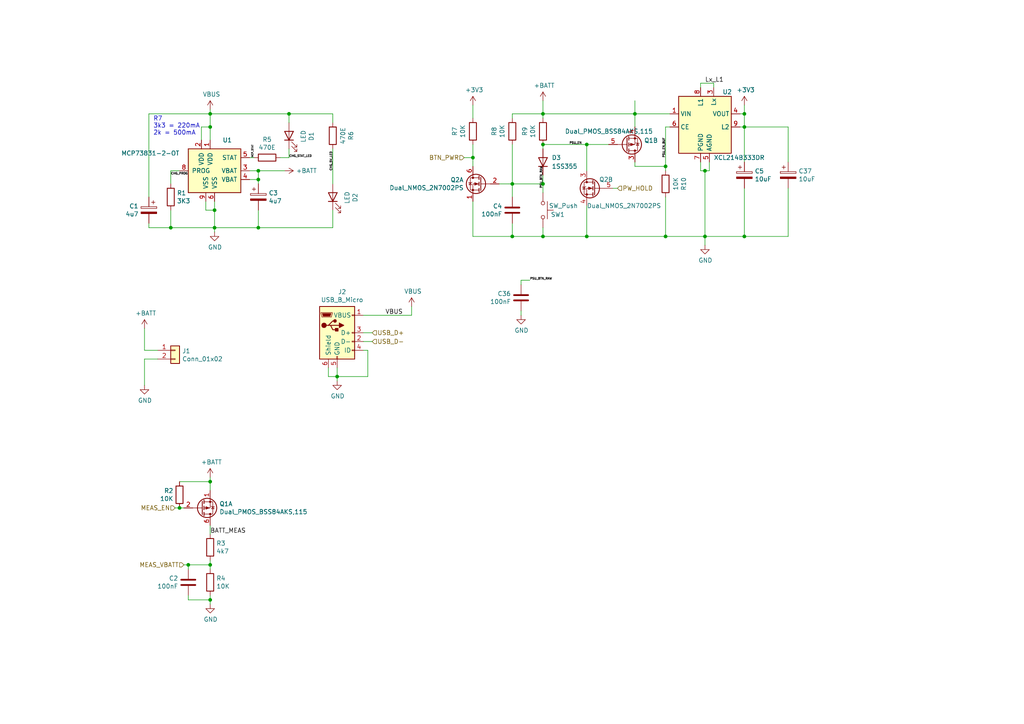
<source format=kicad_sch>
(kicad_sch (version 20211123) (generator eeschema)
  (paper "A4")
  (lib_symbols
    (symbol "Battery_Management:MCP73831-2-OT_copy" (pin_names (offset 1.016))
      (property "Reference" "U" (at 5.08 6.35 0))
      (property "Value" "Battery_Management_MCP73831-2-OT_copy" (at 2.54 -8.89 0))
      (symbol "MCP73831-2-OT_copy_0_0"
        (pin power_in line (at -3.81 7.62 270) (length 2.54) (name "VDD") (number "2"))
        (pin power_out line (at 10.16 -3.81 180) (length 2.54) (name "VBAT") (number "4"))
        (pin no_connect line (at -10.16 -6.35 0) (length 2.54) hide (name "NC") (number "7"))
        (pin power_in line (at -2.54 -10.16 90) (length 2.54) (name "VSS") (number "9"))
      )
      (symbol "MCP73831-2-OT_copy_0_1"
        (rectangle (start -7.62 5.08) (end 7.62 -7.62) (stroke (width 0.254)) (fill (type background)))
      )
      (symbol "MCP73831-2-OT_copy_1_1"
        (pin power_in line (at -1.27 7.62 270) (length 2.54) (name "VDD") (number "1"))
        (pin power_out line (at 10.16 -1.27 180) (length 2.54) (name "VBAT") (number "3"))
        (pin output line (at 10.16 2.54 180) (length 2.54) (name "STAT") (number "5"))
        (pin power_in line (at 0 -10.16 90) (length 2.54) (name "VSS") (number "6"))
        (pin input line (at -10.16 -1.27 0) (length 2.54) (name "PROG") (number "8"))
      )
    )
    (symbol "Connector:USB_B_Micro" (pin_names (offset 1.016))
      (property "Reference" "J" (at -5.08 11.43 0))
      (property "Value" "USB_B_Micro" (at -5.08 8.89 0))
      (symbol "USB_B_Micro_0_1"
        (rectangle (start -5.08 -7.62) (end 5.08 7.62) (stroke (width 0.254)) (fill (type background)))
        (circle (center -3.81 2.159) (radius 0.635) (stroke (width 0.254)) (fill (type outline)))
        (circle (center -0.635 3.429) (radius 0.381) (stroke (width 0.254)) (fill (type outline)))
        (rectangle (start -0.127 -7.62) (end 0.127 -6.858))
        (polyline (pts (xy -1.905 2.159) (xy 0.635 2.159)) (stroke (width 0.254)))
        (polyline (pts (xy -3.175 2.159) (xy -2.54 2.159) (xy -1.27 3.429) (xy -0.635 3.429)) (stroke (width 0.254)))
        (polyline (pts (xy -2.54 2.159) (xy -1.905 2.159) (xy -1.27 0.889) (xy 0 0.889)) (stroke (width 0.254)))
        (polyline (pts (xy 0.635 2.794) (xy 0.635 1.524) (xy 1.905 2.159) (xy 0.635 2.794)) (stroke (width 0.254)) (fill (type outline)))
        (polyline (pts (xy -4.318 5.588) (xy -1.778 5.588) (xy -2.032 4.826) (xy -4.064 4.826) (xy -4.318 5.588)) (fill (type outline)))
        (polyline (pts (xy -4.699 5.842) (xy -4.699 5.588) (xy -4.445 4.826) (xy -4.445 4.572) (xy -1.651 4.572) (xy -1.651 4.826) (xy -1.397 5.588) (xy -1.397 5.842) (xy -4.699 5.842)))
        (rectangle (start 0.254 1.27) (end -0.508 0.508) (stroke (width 0.254)) (fill (type outline)))
        (rectangle (start 5.08 -5.207) (end 4.318 -4.953))
        (rectangle (start 5.08 -2.667) (end 4.318 -2.413))
        (rectangle (start 5.08 -0.127) (end 4.318 0.127))
        (rectangle (start 5.08 4.953) (end 4.318 5.207))
      )
      (symbol "USB_B_Micro_1_1"
        (pin power_out line (at 7.62 5.08 180) (length 2.54) (name "VBUS") (number "1"))
        (pin bidirectional line (at 7.62 -2.54 180) (length 2.54) (name "D-") (number "2"))
        (pin bidirectional line (at 7.62 0 180) (length 2.54) (name "D+") (number "3"))
        (pin passive line (at 7.62 -5.08 180) (length 2.54) (name "ID") (number "4"))
        (pin power_out line (at 0 -10.16 90) (length 2.54) (name "GND") (number "5"))
        (pin passive line (at -2.54 -10.16 90) (length 2.54) (name "Shield") (number "6"))
      )
    )
    (symbol "Connector_Generic:Conn_01x02" (pin_names (offset 1.016) hide)
      (property "Reference" "J" (at 0 2.54 0))
      (property "Value" "Conn_01x02" (at 0 -5.08 0))
      (symbol "Conn_01x02_1_1"
        (rectangle (start -1.27 -2.413) (end 0 -2.667) (stroke (width 0.1524)))
        (rectangle (start -1.27 0.127) (end 0 -0.127) (stroke (width 0.1524)))
        (rectangle (start -1.27 1.27) (end 1.27 -3.81) (stroke (width 0.254)) (fill (type background)))
        (pin passive line (at -5.08 0 0) (length 3.81) (name "Pin_1") (number "1"))
        (pin passive line (at -5.08 -2.54 0) (length 3.81) (name "Pin_2") (number "2"))
      )
    )
    (symbol "Device:C" (pin_numbers hide) (pin_names (offset 0.254))
      (property "Reference" "C" (at 0.635 2.54 0))
      (property "Value" "C" (at 0.635 -2.54 0))
      (symbol "C_0_1"
        (polyline (pts (xy -2.032 -0.762) (xy 2.032 -0.762)) (stroke (width 0.508)))
        (polyline (pts (xy -2.032 0.762) (xy 2.032 0.762)) (stroke (width 0.508)))
      )
      (symbol "C_1_1"
        (pin passive line (at 0 3.81 270) (length 2.794) (name "~") (number "1"))
        (pin passive line (at 0 -3.81 90) (length 2.794) (name "~") (number "2"))
      )
    )
    (symbol "Device:C_Polarized" (pin_numbers hide) (pin_names (offset 0.254))
      (property "Reference" "C" (at 0.635 2.54 0))
      (property "Value" "C_Polarized" (at 0.635 -2.54 0))
      (symbol "C_Polarized_0_1"
        (rectangle (start -2.286 0.508) (end 2.286 1.016))
        (polyline (pts (xy -1.778 2.286) (xy -0.762 2.286)))
        (polyline (pts (xy -1.27 2.794) (xy -1.27 1.778)))
        (rectangle (start 2.286 -0.508) (end -2.286 -1.016) (fill (type outline)))
      )
      (symbol "C_Polarized_1_1"
        (pin passive line (at 0 3.81 270) (length 2.794) (name "~") (number "1"))
        (pin passive line (at 0 -3.81 90) (length 2.794) (name "~") (number "2"))
      )
    )
    (symbol "Device:LED" (pin_numbers hide) (pin_names (offset 1.016) hide)
      (property "Reference" "D" (at 0 2.54 0))
      (property "Value" "LED" (at 0 -2.54 0))
      (symbol "LED_0_1"
        (polyline (pts (xy -1.27 -1.27) (xy -1.27 1.27)) (stroke (width 0.254)))
        (polyline (pts (xy -1.27 0) (xy 1.27 0)))
        (polyline (pts (xy 1.27 -1.27) (xy 1.27 1.27) (xy -1.27 0) (xy 1.27 -1.27)) (stroke (width 0.254)))
        (polyline (pts (xy -3.048 -0.762) (xy -4.572 -2.286) (xy -3.81 -2.286) (xy -4.572 -2.286) (xy -4.572 -1.524)))
        (polyline (pts (xy -1.778 -0.762) (xy -3.302 -2.286) (xy -2.54 -2.286) (xy -3.302 -2.286) (xy -3.302 -1.524)))
      )
      (symbol "LED_1_1"
        (pin passive line (at -3.81 0 0) (length 2.54) (name "K") (number "1"))
        (pin passive line (at 3.81 0 180) (length 2.54) (name "A") (number "2"))
      )
    )
    (symbol "Device:Q_Dual_NMOS_S1G1D2S2G2D1" (pin_names (offset 0) hide)
      (property "Reference" "Q" (at 6.35 1.27 0))
      (property "Value" "Q_Dual_NMOS_S1G1D2S2G2D1" (at 19.05 -1.27 0))
      (symbol "Q_Dual_NMOS_S1G1D2S2G2D1_0_1"
        (polyline (pts (xy 0.254 0) (xy -2.54 0)))
        (polyline (pts (xy 0.254 1.905) (xy 0.254 -1.905)) (stroke (width 0.254)))
        (polyline (pts (xy 0.762 -1.27) (xy 0.762 -2.286)) (stroke (width 0.254)))
        (polyline (pts (xy 0.762 0.508) (xy 0.762 -0.508)) (stroke (width 0.254)))
        (polyline (pts (xy 0.762 2.286) (xy 0.762 1.27)) (stroke (width 0.254)))
        (polyline (pts (xy 2.54 2.54) (xy 2.54 1.778)))
        (polyline (pts (xy 2.54 -2.54) (xy 2.54 0) (xy 0.762 0)))
        (polyline (pts (xy 0.762 -1.778) (xy 3.302 -1.778) (xy 3.302 1.778) (xy 0.762 1.778)))
        (polyline (pts (xy 1.016 0) (xy 2.032 0.381) (xy 2.032 -0.381) (xy 1.016 0)) (fill (type outline)))
        (polyline (pts (xy 2.794 0.508) (xy 2.921 0.381) (xy 3.683 0.381) (xy 3.81 0.254)))
        (polyline (pts (xy 3.302 0.381) (xy 2.921 -0.254) (xy 3.683 -0.254) (xy 3.302 0.381)))
        (circle (center 1.651 0) (radius 2.794) (stroke (width 0.254)))
        (circle (center 2.54 -1.778) (radius 0.254) (fill (type outline)))
        (circle (center 2.54 1.778) (radius 0.254) (fill (type outline)))
      )
      (symbol "Q_Dual_NMOS_S1G1D2S2G2D1_1_1"
        (pin passive line (at 2.54 -5.08 90) (length 2.54) (name "S") (number "1"))
        (pin input line (at -5.08 0 0) (length 2.54) (name "G") (number "2"))
        (pin passive line (at 2.54 5.08 270) (length 2.54) (name "D") (number "6"))
      )
      (symbol "Q_Dual_NMOS_S1G1D2S2G2D1_2_1"
        (pin passive line (at 2.54 5.08 270) (length 2.54) (name "D") (number "3"))
        (pin passive line (at 2.54 -5.08 90) (length 2.54) (name "S") (number "4"))
        (pin input line (at -5.08 0 0) (length 2.54) (name "G") (number "5"))
      )
    )
    (symbol "Device:Q_Dual_PMOS_S1G1D2S2G2D1" (pin_names (offset 0) hide)
      (property "Reference" "Q" (at 6.35 1.27 0))
      (property "Value" "Q_Dual_PMOS_S1G1D2S2G2D1" (at 19.05 -1.27 0))
      (symbol "Q_Dual_PMOS_S1G1D2S2G2D1_0_1"
        (polyline (pts (xy 0.254 0) (xy -2.54 0)))
        (polyline (pts (xy 0.254 1.905) (xy 0.254 -1.905)) (stroke (width 0.254)))
        (polyline (pts (xy 0.762 -1.27) (xy 0.762 -2.286)) (stroke (width 0.254)))
        (polyline (pts (xy 0.762 0.508) (xy 0.762 -0.508)) (stroke (width 0.254)))
        (polyline (pts (xy 0.762 2.286) (xy 0.762 1.27)) (stroke (width 0.254)))
        (polyline (pts (xy 2.54 2.54) (xy 2.54 1.778)))
        (polyline (pts (xy 2.54 -2.54) (xy 2.54 0) (xy 0.762 0)))
        (polyline (pts (xy 0.762 1.778) (xy 3.302 1.778) (xy 3.302 -1.778) (xy 0.762 -1.778)))
        (polyline (pts (xy 2.286 0) (xy 1.27 0.381) (xy 1.27 -0.381) (xy 2.286 0)) (fill (type outline)))
        (polyline (pts (xy 2.794 -0.508) (xy 2.921 -0.381) (xy 3.683 -0.381) (xy 3.81 -0.254)))
        (polyline (pts (xy 3.302 -0.381) (xy 2.921 0.254) (xy 3.683 0.254) (xy 3.302 -0.381)))
        (circle (center 1.651 0) (radius 2.794) (stroke (width 0.254)))
        (circle (center 2.54 -1.778) (radius 0.254) (fill (type outline)))
        (circle (center 2.54 1.778) (radius 0.254) (fill (type outline)))
      )
      (symbol "Q_Dual_PMOS_S1G1D2S2G2D1_1_1"
        (pin passive line (at 2.54 -5.08 90) (length 2.54) (name "S") (number "1"))
        (pin input line (at -5.08 0 0) (length 2.54) (name "G") (number "2"))
        (pin passive line (at 2.54 5.08 270) (length 2.54) (name "D") (number "6"))
      )
      (symbol "Q_Dual_PMOS_S1G1D2S2G2D1_2_1"
        (pin passive line (at 2.54 5.08 270) (length 2.54) (name "D") (number "3"))
        (pin passive line (at 2.54 -5.08 90) (length 2.54) (name "S") (number "4"))
        (pin input line (at -5.08 0 0) (length 2.54) (name "G") (number "5"))
      )
    )
    (symbol "Device:R" (pin_numbers hide) (pin_names (offset 0))
      (property "Reference" "R" (at 2.032 0 90))
      (property "Value" "R" (at 0 0 90))
      (symbol "R_0_1"
        (rectangle (start -1.016 -2.54) (end 1.016 2.54) (stroke (width 0.254)))
      )
      (symbol "R_1_1"
        (pin passive line (at 0 3.81 270) (length 1.27) (name "~") (number "1"))
        (pin passive line (at 0 -3.81 90) (length 1.27) (name "~") (number "2"))
      )
    )
    (symbol "Diode:BAS316" (pin_numbers hide) (pin_names (offset 1.016) hide)
      (property "Reference" "D" (at 0 2.54 0))
      (property "Value" "BAS316" (at 0 -2.54 0))
      (symbol "BAS316_0_1"
        (polyline (pts (xy -1.27 1.27) (xy -1.27 -1.27)) (stroke (width 0.254)))
        (polyline (pts (xy 1.27 0) (xy -1.27 0)))
        (polyline (pts (xy 1.27 1.27) (xy 1.27 -1.27) (xy -1.27 0) (xy 1.27 1.27)) (stroke (width 0.254)))
      )
      (symbol "BAS316_1_1"
        (pin passive line (at -3.81 0 0) (length 2.54) (name "K") (number "1"))
        (pin passive line (at 3.81 0 180) (length 2.54) (name "A") (number "2"))
      )
    )
    (symbol "Regulator_Switching:XCL214B333DR"
      (property "Reference" "U" (at 6.35 6.35 0))
      (property "Value" "Regulator_Switching_XCL214B333DR" (at 3.81 -12.7 0))
      (symbol "XCL214B333DR_0_0"
        (pin power_in line (at -1.27 -13.97 90) (length 2.54) (name "PGND") (number "7"))
        (pin passive line (at -1.27 7.62 270) (length 2.54) (name "L1") (number "8"))
        (pin passive line (at 10.16 -3.81 180) (length 2.54) (name "L2") (number "9"))
      )
      (symbol "XCL214B333DR_0_1"
        (rectangle (start -7.62 5.08) (end 7.62 -11.43) (stroke (width 0.254)) (fill (type background)))
      )
      (symbol "XCL214B333DR_1_1"
        (pin power_in line (at -10.16 0 0) (length 2.54) (name "VIN") (number "1"))
        (pin no_connect line (at 10.16 -7.62 180) (length 2.54) hide (name "NC") (number "2"))
        (pin passive line (at 2.54 7.62 270) (length 2.54) (name "Lx") (number "3"))
        (pin power_out line (at 10.16 0 180) (length 2.54) (name "VOUT") (number "4"))
        (pin power_in line (at 1.27 -13.97 90) (length 2.54) (name "AGND") (number "5"))
        (pin input line (at -10.16 -3.81 0) (length 2.54) (name "CE") (number "6"))
      )
    )
    (symbol "Switch:SW_Push" (pin_numbers hide) (pin_names (offset 1.016) hide)
      (property "Reference" "SW" (at 1.27 2.54 0))
      (property "Value" "SW_Push" (at 0 -1.524 0))
      (symbol "SW_Push_0_1"
        (circle (center -2.032 0) (radius 0.508))
        (polyline (pts (xy 0 1.27) (xy 0 3.048)))
        (polyline (pts (xy 2.54 1.27) (xy -2.54 1.27)))
        (circle (center 2.032 0) (radius 0.508))
        (pin passive line (at -5.08 0 0) (length 2.54) (name "1") (number "1"))
        (pin passive line (at 5.08 0 180) (length 2.54) (name "2") (number "2"))
      )
    )
    (symbol "power:+3.3V" (power) (pin_names (offset 0))
      (property "Value" "+3.3V" (at 0 3.556 0))
      (symbol "+3.3V_0_1"
        (polyline (pts (xy -0.762 1.27) (xy 0 2.54)))
        (polyline (pts (xy 0 0) (xy 0 2.54)))
        (polyline (pts (xy 0 2.54) (xy 0.762 1.27)))
      )
      (symbol "+3.3V_1_1"
        (pin power_in line (at 0 0 90) (length 0) hide (name "+3V3") (number "1"))
      )
    )
    (symbol "power:+BATT" (power) (pin_names (offset 0))
      (property "Value" "+BATT" (at 0 3.556 0))
      (symbol "+BATT_0_1"
        (polyline (pts (xy -0.762 1.27) (xy 0 2.54)))
        (polyline (pts (xy 0 0) (xy 0 2.54)))
        (polyline (pts (xy 0 2.54) (xy 0.762 1.27)))
      )
      (symbol "+BATT_1_1"
        (pin power_in line (at 0 0 90) (length 0) hide (name "+BATT") (number "1"))
      )
    )
    (symbol "power:GND" (power) (pin_names (offset 0))
      (property "Value" "GND" (at 0 -3.81 0))
      (symbol "GND_0_1"
        (polyline (pts (xy 0 0) (xy 0 -1.27) (xy 1.27 -1.27) (xy 0 -2.54) (xy -1.27 -1.27) (xy 0 -1.27)))
      )
      (symbol "GND_1_1"
        (pin power_in line (at 0 0 270) (length 0) hide (name "GND") (number "1"))
      )
    )
    (symbol "power:VBUS" (power) (pin_names (offset 0))
      (property "Value" "VBUS" (at 0 3.81 0))
      (symbol "VBUS_0_1"
        (polyline (pts (xy -0.762 1.27) (xy 0 2.54)))
        (polyline (pts (xy 0 0) (xy 0 2.54)))
        (polyline (pts (xy 0 2.54) (xy 0.762 1.27)))
      )
      (symbol "VBUS_1_1"
        (pin power_in line (at 0 0 90) (length 0) hide (name "VBUS") (number "1"))
      )
    )
  )
  (junction (at 62.23 60.96))
  (junction (at 54.61 163.83))
  (junction (at 215.9 33.02))
  (junction (at 62.23 66.04))
  (junction (at 148.59 53.34))
  (junction (at 215.9 68.58))
  (junction (at 193.04 68.58))
  (junction (at 157.48 68.58))
  (junction (at 170.18 68.58))
  (junction (at 204.47 49.53))
  (junction (at 60.96 36.83))
  (junction (at 157.48 53.34))
  (junction (at 83.82 33.02))
  (junction (at 137.16 45.72))
  (junction (at 97.79 109.22))
  (junction (at 157.48 41.91))
  (junction (at 49.53 66.04))
  (junction (at 184.15 33.02))
  (junction (at 215.9 36.83))
  (junction (at 74.93 66.04))
  (junction (at 170.18 41.91))
  (junction (at 148.59 68.58))
  (junction (at 193.04 48.26))
  (junction (at 157.48 33.02))
  (junction (at 60.96 33.02))
  (junction (at 74.93 52.07))
  (junction (at 204.47 68.58))
  (junction (at 60.96 173.99))
  (junction (at 52.07 147.32))
  (junction (at 60.96 163.83))
  (junction (at 74.93 49.53))
  (junction (at 60.96 139.7))
  (wire (pts (xy 96.52 43.18) (xy 96.52 53.34)))
  (wire (pts (xy 205.74 49.53) (xy 205.74 46.99)))
  (wire (pts (xy 157.48 55.88) (xy 157.48 53.34)))
  (wire (pts (xy 193.04 68.58) (xy 204.47 68.58)))
  (wire (pts (xy 107.95 96.52) (xy 105.41 96.52)))
  (wire (pts (xy 214.63 36.83) (xy 215.9 36.83)))
  (wire (pts (xy 184.15 33.02) (xy 194.31 33.02)))
  (wire (pts (xy 137.16 30.48) (xy 137.16 34.29)))
  (wire (pts (xy 157.48 53.34) (xy 157.48 50.8)))
  (wire (pts (xy 49.53 66.04) (xy 62.23 66.04)))
  (wire (pts (xy 52.07 139.7) (xy 60.96 139.7)))
  (wire (pts (xy 60.96 139.7) (xy 60.96 142.24)))
  (wire (pts (xy 137.16 41.91) (xy 137.16 45.72)))
  (wire (pts (xy 74.93 60.96) (xy 74.93 66.04)))
  (wire (pts (xy 193.04 36.83) (xy 194.31 36.83)))
  (wire (pts (xy 148.59 53.34) (xy 157.48 53.34)))
  (wire (pts (xy 95.25 106.68) (xy 95.25 109.22)))
  (wire (pts (xy 106.68 101.6) (xy 106.68 109.22)))
  (wire (pts (xy 157.48 41.91) (xy 157.48 43.18)))
  (wire (pts (xy 204.47 49.53) (xy 204.47 68.58)))
  (wire (pts (xy 74.93 53.34) (xy 74.93 52.07)))
  (wire (pts (xy 144.78 53.34) (xy 148.59 53.34)))
  (wire (pts (xy 97.79 110.49) (xy 97.79 109.22)))
  (wire (pts (xy 83.82 33.02) (xy 96.52 33.02)))
  (wire (pts (xy 184.15 29.21) (xy 184.15 33.02)))
  (wire (pts (xy 228.6 36.83) (xy 228.6 46.99)))
  (wire (pts (xy 193.04 57.15) (xy 193.04 68.58)))
  (wire (pts (xy 72.39 49.53) (xy 74.93 49.53)))
  (wire (pts (xy 153.67 81.28) (xy 151.13 81.28)))
  (wire (pts (xy 157.48 41.91) (xy 170.18 41.91)))
  (wire (pts (xy 58.42 40.64) (xy 58.42 36.83)))
  (wire (pts (xy 54.61 172.72) (xy 54.61 173.99)))
  (wire (pts (xy 176.53 41.91) (xy 170.18 41.91)))
  (wire (pts (xy 58.42 36.83) (xy 60.96 36.83)))
  (wire (pts (xy 203.2 24.13) (xy 203.2 25.4)))
  (wire (pts (xy 96.52 60.96) (xy 96.52 66.04)))
  (wire (pts (xy 207.01 25.4) (xy 207.01 24.13)))
  (wire (pts (xy 193.04 49.53) (xy 193.04 48.26)))
  (wire (pts (xy 184.15 48.26) (xy 184.15 46.99)))
  (wire (pts (xy 54.61 165.1) (xy 54.61 163.83)))
  (wire (pts (xy 215.9 36.83) (xy 215.9 46.99)))
  (wire (pts (xy 62.23 60.96) (xy 62.23 58.42)))
  (wire (pts (xy 228.6 68.58) (xy 228.6 54.61)))
  (wire (pts (xy 60.96 163.83) (xy 60.96 162.56)))
  (wire (pts (xy 83.82 43.18) (xy 83.82 45.72)))
  (wire (pts (xy 148.59 33.02) (xy 157.48 33.02)))
  (wire (pts (xy 215.9 54.61) (xy 215.9 68.58)))
  (wire (pts (xy 203.2 49.53) (xy 204.47 49.53)))
  (wire (pts (xy 203.2 46.99) (xy 203.2 49.53)))
  (wire (pts (xy 105.41 91.44) (xy 119.38 91.44)))
  (wire (pts (xy 207.01 24.13) (xy 203.2 24.13)))
  (wire (pts (xy 59.69 60.96) (xy 62.23 60.96)))
  (wire (pts (xy 148.59 34.29) (xy 148.59 33.02)))
  (wire (pts (xy 60.96 165.1) (xy 60.96 163.83)))
  (wire (pts (xy 215.9 68.58) (xy 204.47 68.58)))
  (wire (pts (xy 157.48 68.58) (xy 157.48 66.04)))
  (wire (pts (xy 215.9 36.83) (xy 228.6 36.83)))
  (wire (pts (xy 62.23 66.04) (xy 62.23 60.96)))
  (wire (pts (xy 45.72 101.6) (xy 41.91 101.6)))
  (wire (pts (xy 83.82 45.72) (xy 81.28 45.72)))
  (wire (pts (xy 60.96 152.4) (xy 60.96 154.94)))
  (wire (pts (xy 62.23 67.31) (xy 62.23 66.04)))
  (wire (pts (xy 137.16 58.42) (xy 137.16 68.58)))
  (wire (pts (xy 74.93 66.04) (xy 62.23 66.04)))
  (wire (pts (xy 215.9 68.58) (xy 228.6 68.58)))
  (wire (pts (xy 170.18 49.53) (xy 170.18 41.91)))
  (wire (pts (xy 54.61 163.83) (xy 60.96 163.83)))
  (wire (pts (xy 170.18 68.58) (xy 193.04 68.58)))
  (wire (pts (xy 43.18 66.04) (xy 49.53 66.04)))
  (wire (pts (xy 72.39 52.07) (xy 74.93 52.07)))
  (wire (pts (xy 60.96 31.75) (xy 60.96 33.02)))
  (wire (pts (xy 43.18 33.02) (xy 43.18 57.15)))
  (wire (pts (xy 43.18 33.02) (xy 60.96 33.02)))
  (wire (pts (xy 193.04 36.83) (xy 193.04 48.26)))
  (wire (pts (xy 49.53 60.96) (xy 49.53 66.04)))
  (wire (pts (xy 148.59 68.58) (xy 157.48 68.58)))
  (wire (pts (xy 215.9 33.02) (xy 215.9 36.83)))
  (wire (pts (xy 119.38 88.9) (xy 119.38 91.44)))
  (wire (pts (xy 204.47 49.53) (xy 205.74 49.53)))
  (wire (pts (xy 157.48 33.02) (xy 157.48 34.29)))
  (wire (pts (xy 54.61 173.99) (xy 60.96 173.99)))
  (wire (pts (xy 59.69 58.42) (xy 59.69 60.96)))
  (wire (pts (xy 179.07 54.61) (xy 177.8 54.61)))
  (wire (pts (xy 53.34 147.32) (xy 52.07 147.32)))
  (wire (pts (xy 53.34 163.83) (xy 54.61 163.83)))
  (wire (pts (xy 157.48 29.21) (xy 157.48 33.02)))
  (wire (pts (xy 193.04 48.26) (xy 184.15 48.26)))
  (wire (pts (xy 49.53 49.53) (xy 49.53 53.34)))
  (wire (pts (xy 60.96 175.26) (xy 60.96 173.99)))
  (wire (pts (xy 97.79 109.22) (xy 97.79 106.68)))
  (wire (pts (xy 52.07 49.53) (xy 49.53 49.53)))
  (wire (pts (xy 137.16 68.58) (xy 148.59 68.58)))
  (wire (pts (xy 41.91 104.14) (xy 41.91 111.76)))
  (wire (pts (xy 148.59 57.15) (xy 148.59 53.34)))
  (wire (pts (xy 170.18 59.69) (xy 170.18 68.58)))
  (wire (pts (xy 95.25 109.22) (xy 97.79 109.22)))
  (wire (pts (xy 60.96 173.99) (xy 60.96 172.72)))
  (wire (pts (xy 157.48 33.02) (xy 184.15 33.02)))
  (wire (pts (xy 134.62 45.72) (xy 137.16 45.72)))
  (wire (pts (xy 148.59 64.77) (xy 148.59 68.58)))
  (wire (pts (xy 60.96 36.83) (xy 60.96 40.64)))
  (wire (pts (xy 151.13 81.28) (xy 151.13 82.55)))
  (wire (pts (xy 96.52 33.02) (xy 96.52 35.56)))
  (wire (pts (xy 204.47 68.58) (xy 204.47 71.12)))
  (wire (pts (xy 41.91 101.6) (xy 41.91 95.25)))
  (wire (pts (xy 215.9 30.48) (xy 215.9 33.02)))
  (wire (pts (xy 151.13 91.44) (xy 151.13 90.17)))
  (wire (pts (xy 214.63 33.02) (xy 215.9 33.02)))
  (wire (pts (xy 45.72 104.14) (xy 41.91 104.14)))
  (wire (pts (xy 184.15 36.83) (xy 184.15 33.02)))
  (wire (pts (xy 105.41 101.6) (xy 106.68 101.6)))
  (wire (pts (xy 83.82 33.02) (xy 83.82 35.56)))
  (wire (pts (xy 137.16 45.72) (xy 137.16 48.26)))
  (wire (pts (xy 170.18 68.58) (xy 157.48 68.58)))
  (wire (pts (xy 74.93 49.53) (xy 82.55 49.53)))
  (wire (pts (xy 148.59 41.91) (xy 148.59 53.34)))
  (wire (pts (xy 96.52 66.04) (xy 74.93 66.04)))
  (wire (pts (xy 50.8 147.32) (xy 52.07 147.32)))
  (wire (pts (xy 60.96 33.02) (xy 83.82 33.02)))
  (wire (pts (xy 60.96 33.02) (xy 60.96 36.83)))
  (wire (pts (xy 106.68 109.22) (xy 97.79 109.22)))
  (wire (pts (xy 43.18 64.77) (xy 43.18 66.04)))
  (wire (pts (xy 107.95 99.06) (xy 105.41 99.06)))
  (wire (pts (xy 60.96 138.43) (xy 60.96 139.7)))
  (wire (pts (xy 72.39 45.72) (xy 73.66 45.72)))
  (wire (pts (xy 74.93 52.07) (xy 74.93 49.53)))
  (text "R7 \n3k3 = 220mA\n2k = 500mA" (at 44.45 39.37 0) (effects (font (size 1.27 1.27)) (justify left bottom)))
  (label "VBUS" (at 116.84 91.44 180))
  (label "PSU_EN_BUF" (at 193.04 45.72 90) (effects (font (size 0.6096 0.6096))))
  (label "CHG_5V_LED" (at 96.52 49.53 90) (effects (font (size 0.6096 0.6096))))
  (label "MCP_STAT" (at 73.66 45.72 90) (effects (font (size 0.508 0.508))))
  (label "CHG_PROG" (at 49.53 50.8 0) (effects (font (size 0.6096 0.6096))))
  (label "BATT_MEAS" (at 60.96 154.94 0))
  (label "CHG_STAT_LED" (at 83.82 45.72 0) (effects (font (size 0.6096 0.6096))))
  (label "Lx_L1" (at 204.47 24.13 0))
  (label "PSU_BTN_RAW" (at 157.48 54.61 90) (effects (font (size 0.6096 0.6096))))
  (label "PSU_BTN_RAW" (at 153.67 81.28 0) (effects (font (size 0.6096 0.6096))))
  (label "PSU_EN" (at 165.1 41.91 0) (effects (font (size 0.6096 0.6096))))
  (hierarchical_label "MEAS_VBATT" (shape input) (at 53.34 163.83 180))
  (hierarchical_label "USB_D+" (shape input) (at 107.95 96.52 0))
  (hierarchical_label "MEAS_EN" (shape input) (at 50.8 147.32 180))
  (hierarchical_label "USB_D-" (shape input) (at 107.95 99.06 0))
  (hierarchical_label "PW_HOLD" (shape input) (at 179.07 54.61 0))
  (hierarchical_label "BTN_PWR" (shape input) (at 134.62 45.72 180))
  (symbol (lib_id "Battery_Management:MCP73831-2-OT_copy") (at 62.23 48.26 0) (unit 1)
    (property "Reference" "U1" (at 67.31 40.64 0) (effects (justify right)))
    (property "Value" "MCP73831-2-OT" (at 52.07 44.45 0) (effects (justify right)))
    (property "Footprint" "Package_DFN_QFN:DFN-8-1EP_3x2mm_P0.5mm_EP1.75x1.45mm" (effects hide))
    (property "Datasheet" "http://ww1.microchip.com/downloads/en/DeviceDoc/20001984g.pdf" (effects hide))
    (property "Manufacturer" "Microchip" (effects hide))
    (property "ordercode" "2709764" (effects hide))
    (property "supplier" "farnell" (effects hide))
  )
  (symbol (lib_id "Connector_Generic:Conn_01x02") (at 50.8 101.6 0) (unit 1)
    (property "Reference" "J1" (at 52.832 101.8032 0) (effects (justify left)))
    (property "Value" "Conn_01x02" (at 52.832 104.1146 0) (effects (justify left)))
    (property "Footprint" "Connector_PinHeader_1.27mm:PinHeader_1x02_P1.27mm_Vertical_small_CrtYd" (effects hide))
  )
  (symbol (lib_id "Connector:USB_B_Micro") (at 97.79 96.52 0)
    (property "Reference" "J2" (at 99.2378 84.6582 0))
    (property "Value" "USB_B_Micro" (at 99.2378 86.9696 0))
    (property "Footprint" "MySymbols:USB_Micro_B_Female" (effects hide))
  )
  (symbol (lib_id "power:GND") (at 97.79 110.49 0)
    (property "Reference" "#PWR0135" (effects hide))
    (property "Value" "GND" (at 97.917 114.8842 0))
  )
  (symbol (lib_id "power:VBUS") (at 119.38 88.9 0)
    (property "Reference" "#PWR0139" (effects hide))
    (property "Value" "VBUS" (at 119.761 84.5058 0))
  )
  (symbol (lib_id "Regulator_Switching:XCL214B333DR") (at 204.47 33.02 0) (unit 1)
    (property "Reference" "U2" (at 209.55 26.67 0) (effects (justify left)))
    (property "Value" "XCL214B333DR" (at 207.01 45.72 0) (effects (justify left)))
    (property "Footprint" "Package_DFN_QFN:USP-9B01" (effects hide))
    (property "Datasheet" "https://www.torexsemi.com/file/xcl214/XCL213-XCL214.pdf" (effects hide))
    (property "Manufacturer" "Torex" (effects hide))
    (property "ordercode" "3535992" (effects hide))
    (property "supplier" "farnell" (effects hide))
  )
  (symbol (lib_id "Device:Q_Dual_NMOS_S1G1D2S2G2D1") (at 172.72 54.61 0) (mirror y) (unit 2)
    (property "Reference" "Q2" (at 177.8 52.07 0) (effects (justify left)))
    (property "Value" "Dual_NMOS_2N7002PS" (at 191.77 59.69 0) (effects (justify left)))
    (property "Footprint" "Package_TO_SOT_SMD:SOT-363_SC-70-6" (effects hide))
    (property "supplier" "farnell" (effects hide))
    (property "ordercode" "1758102" (effects hide))
    (property "StockRef" "2N7002PS" (effects hide))
  )
  (symbol (lib_id "Device:Q_Dual_NMOS_S1G1D2S2G2D1") (at 139.7 53.34 0) (mirror y) (unit 1)
    (property "Reference" "Q2" (at 134.493 52.1716 0) (effects (justify left)))
    (property "Value" "Dual_NMOS_2N7002PS" (at 134.493 54.483 0) (effects (justify left)))
    (property "Footprint" "Package_TO_SOT_SMD:SOT-363_SC-70-6" (effects hide))
    (property "ordercode" "1758102" (effects hide))
    (property "supplier" "farnell" (effects hide))
    (property "StockRef" "2N7002PS" (effects hide))
  )
  (symbol (lib_id "Device:Q_Dual_PMOS_S1G1D2S2G2D1") (at 181.61 41.91 0) (mirror x) (unit 2)
    (property "Reference" "Q1" (at 186.817 40.7416 0) (effects (justify left)))
    (property "Value" "Dual_PMOS_BSS84AKS,115" (at 163.83 38.1 0) (effects (justify left)))
    (property "Footprint" "Package_TO_SOT_SMD:SOT-363_SC-70-6" (effects hide))
    (property "StockRef" "BSS84AKS,115" (effects hide))
    (property "ordercode" "1972665" (effects hide))
    (property "supplier" "farnell" (effects hide))
  )
  (symbol (lib_id "Device:Q_Dual_PMOS_S1G1D2S2G2D1") (at 58.42 147.32 0) (mirror x) (unit 1)
    (property "Reference" "Q1" (at 63.627 146.1516 0) (effects (justify left)))
    (property "Value" "Dual_PMOS_BSS84AKS,115" (at 63.627 148.463 0) (effects (justify left)))
    (property "Footprint" "Package_TO_SOT_SMD:SOT-363_SC-70-6" (effects hide))
    (property "StockRef" "BSS84AKS,115" (effects hide))
    (property "ordercode" "1972665" (effects hide))
    (property "supplier" "farnell" (effects hide))
  )
  (symbol (lib_id "Device:R") (at 60.96 168.91 0)
    (property "Reference" "R4" (at 62.738 167.7416 0) (effects (justify left)))
    (property "Value" "10K" (at 62.738 170.053 0) (effects (justify left)))
    (property "Footprint" "Resistor_SMD:R_0402_1005Metric" (effects hide))
    (property "StockRef" "R10K_0402" (effects hide))
    (property "ordercode" "2447096" (effects hide))
    (property "supplier" "farnell" (effects hide))
  )
  (symbol (lib_id "Device:R") (at 60.96 158.75 0)
    (property "Reference" "R3" (at 62.738 157.5816 0) (effects (justify left)))
    (property "Value" "4k7" (at 62.738 159.893 0) (effects (justify left)))
    (property "Footprint" "Resistor_SMD:R_0402_1005Metric" (effects hide))
    (property "StockRef" "R4K7_0402" (effects hide))
    (property "ordercode" "2073069" (effects hide))
    (property "supplier" "farnell" (effects hide))
  )
  (symbol (lib_id "power:+BATT") (at 60.96 138.43 0)
    (property "Reference" "#PWR0101" (effects hide))
    (property "Value" "+BATT" (at 61.341 134.0358 0))
  )
  (symbol (lib_id "power:GND") (at 60.96 175.26 0)
    (property "Reference" "#PWR0102" (effects hide))
    (property "Value" "GND" (at 61.087 179.6542 0))
  )
  (symbol (lib_id "Device:C") (at 54.61 168.91 0) (mirror y)
    (property "Reference" "C2" (at 51.689 167.7416 0) (effects (justify left)))
    (property "Value" "100nF" (at 51.689 170.053 0) (effects (justify left)))
    (property "Footprint" "Capacitor_SMD:C_0402_1005Metric" (effects hide))
    (property "StockRef" "C100n_0603" (effects hide))
    (property "ordercode" "2524678" (effects hide))
    (property "supplier" "farnell" (effects hide))
  )
  (symbol (lib_id "Device:R") (at 52.07 143.51 0) (mirror y)
    (property "Reference" "R2" (at 50.292 142.3416 0) (effects (justify left)))
    (property "Value" "10K" (at 50.292 144.653 0) (effects (justify left)))
    (property "Footprint" "Resistor_SMD:R_0402_1005Metric" (effects hide))
    (property "StockRef" "R10K_0402" (effects hide))
    (property "ordercode" "2447096" (effects hide))
    (property "supplier" "farnell" (effects hide))
  )
  (symbol (lib_id "power:+3.3V") (at 137.16 30.48 0)
    (property "Reference" "#PWR0103" (effects hide))
    (property "Value" "+3.3V" (at 137.541 26.0858 0))
  )
  (symbol (lib_id "Device:R") (at 137.16 38.1 0)
    (property "Reference" "R7" (at 131.9022 38.1 90))
    (property "Value" "10K" (at 134.2136 38.1 90))
    (property "Footprint" "Resistor_SMD:R_0402_1005Metric" (effects hide))
    (property "StockRef" "R10K_0402" (effects hide))
    (property "ordercode" "2447096" (effects hide))
    (property "supplier" "farnell" (effects hide))
  )
  (symbol (lib_id "Device:C") (at 148.59 60.96 0) (mirror y)
    (property "Reference" "C4" (at 145.669 59.7916 0) (effects (justify left)))
    (property "Value" "100nF" (at 145.669 62.103 0) (effects (justify left)))
    (property "Footprint" "Capacitor_SMD:C_0402_1005Metric" (effects hide))
    (property "StockRef" "C100n_0603" (effects hide))
    (property "ordercode" "2524678" (effects hide))
    (property "supplier" "farnell" (effects hide))
  )
  (symbol (lib_id "power:GND") (at 204.47 71.12 0)
    (property "Reference" "#PWR0104" (effects hide))
    (property "Value" "GND" (at 204.597 75.5142 0))
  )
  (symbol (lib_id "Switch:SW_Push") (at 157.48 60.96 270)
    (property "Reference" "SW1" (at 163.83 62.23 90) (effects (justify right)))
    (property "Value" "SW_Push" (at 167.64 59.69 90) (effects (justify right)))
    (property "Footprint" "Button_Switch_SMD:SW_SPST_B3U-3000P-B" (effects hide))
    (property "StockRef" "SW_PUSH_SPST_V_6x6x5,4" (effects hide))
    (property "ordercode" "1333656" (effects hide))
    (property "supplier" "farnell" (effects hide))
  )
  (symbol (lib_id "Device:R") (at 148.59 38.1 0)
    (property "Reference" "R8" (at 143.3322 38.1 90))
    (property "Value" "10K" (at 145.6436 38.1 90))
    (property "Footprint" "Resistor_SMD:R_0402_1005Metric" (effects hide))
    (property "StockRef" "R10K_0402" (effects hide))
    (property "ordercode" "2447096" (effects hide))
    (property "supplier" "farnell" (effects hide))
  )
  (symbol (lib_id "Diode:BAS316") (at 157.48 46.99 270) (mirror x)
    (property "Reference" "D3" (at 160.02 45.72 90) (effects (justify left)))
    (property "Value" "1SS355" (at 160.02 48.26 90) (effects (justify left)))
    (property "Footprint" "Diode_SMD:D_SOD-323" (effects hide))
    (property "Datasheet" "https://assets.nexperia.com/documents/data-sheet/BAS16_SER.pdf" (effects hide))
    (property "StockRef" "DIODE_BAS316" (effects hide))
    (property "MPN" "1SS355TE-17" (effects hide))
    (property "Manufacturer" "ROHM" (effects hide))
    (property "ordercode" "1525435" (effects hide))
    (property "supplier" "farnell" (effects hide))
  )
  (symbol (lib_id "Device:R") (at 157.48 38.1 0)
    (property "Reference" "R9" (at 152.2222 38.1 90))
    (property "Value" "10K" (at 154.5336 38.1 90))
    (property "Footprint" "Resistor_SMD:R_0402_1005Metric" (effects hide))
    (property "StockRef" "R10K_0402" (effects hide))
    (property "ordercode" "2447096" (effects hide))
    (property "supplier" "farnell" (effects hide))
  )
  (symbol (lib_id "Device:R") (at 193.04 53.34 180)
    (property "Reference" "R10" (at 198.2978 53.34 90))
    (property "Value" "10K" (at 195.9864 53.34 90))
    (property "Footprint" "Resistor_SMD:R_0402_1005Metric" (effects hide))
    (property "StockRef" "R10K_0402" (effects hide))
    (property "ordercode" "2447096" (effects hide))
    (property "supplier" "farnell" (effects hide))
  )
  (symbol (lib_id "power:+BATT") (at 157.48 29.21 0)
    (property "Reference" "#PWR0105" (effects hide))
    (property "Value" "+BATT" (at 157.861 24.8158 0))
  )
  (symbol (lib_id "Device:C_Polarized") (at 215.9 50.8 0)
    (property "Reference" "C5" (at 218.8972 49.6316 0) (effects (justify left)))
    (property "Value" "10uF" (at 218.8972 51.943 0) (effects (justify left)))
    (property "Footprint" "Capacitor_SMD:C_0805_2012Metric" (effects hide))
    (property "StockRef" "C010u_0805" (effects hide))
    (property "ordercode" "2112746" (effects hide))
    (property "supplier" "farnell" (effects hide))
  )
  (symbol (lib_id "power:+3.3V") (at 215.9 30.48 0)
    (property "Reference" "#PWR0106" (effects hide))
    (property "Value" "+3.3V" (at 216.281 26.0858 0))
  )
  (symbol (lib_id "power:+BATT") (at 82.55 49.53 270)
    (property "Reference" "#PWR0107" (effects hide))
    (property "Value" "+BATT" (at 88.9 49.53 90))
  )
  (symbol (lib_id "Device:R") (at 49.53 57.15 0)
    (property "Reference" "R1" (at 51.308 55.9816 0) (effects (justify left)))
    (property "Value" "3K3" (at 51.308 58.293 0) (effects (justify left)))
    (property "Footprint" "Resistor_SMD:R_0402_1005Metric" (effects hide))
    (property "StockRef" "R03K3_0402" (effects hide))
    (property "ordercode" "2447170" (effects hide))
    (property "supplier" "farnell" (effects hide))
  )
  (symbol (lib_id "power:VBUS") (at 60.96 31.75 0)
    (property "Reference" "#PWR0108" (effects hide))
    (property "Value" "VBUS" (at 61.341 27.3558 0))
  )
  (symbol (lib_id "power:GND") (at 62.23 67.31 0)
    (property "Reference" "#PWR0109" (effects hide))
    (property "Value" "GND" (at 62.357 71.7042 0))
  )
  (symbol (lib_id "Device:LED") (at 83.82 39.37 90)
    (property "Reference" "D1" (at 90.297 39.5478 0))
    (property "Value" "LED" (at 87.9856 39.5478 0))
    (property "Footprint" "LED_SMD:LED_0805_2012Metric" (effects hide))
    (property "StockRef" "LED_SMD_GREEN_0805_20mA" (effects hide))
    (property "ordercode" "2290331" (effects hide))
    (property "supplier" "farnell" (effects hide))
  )
  (symbol (lib_id "Device:LED") (at 96.52 57.15 90)
    (property "Reference" "D2" (at 102.997 57.3278 0))
    (property "Value" "LED" (at 100.6856 57.3278 0))
    (property "Footprint" "LED_SMD:LED_0805_2012Metric" (effects hide))
    (property "StockRef" "LED_SMD_RED_0805_20mA" (effects hide))
    (property "ordercode" "2290331" (effects hide))
    (property "supplier" "farnell" (effects hide))
  )
  (symbol (lib_id "Device:R") (at 96.52 39.37 180)
    (property "Reference" "R6" (at 101.7778 39.37 90))
    (property "Value" "470E" (at 99.4664 39.37 90))
    (property "Footprint" "Resistor_SMD:R_0402_1005Metric" (effects hide))
    (property "StockRef" "R470E_0402" (effects hide))
    (property "ordercode" "2447178" (effects hide))
    (property "supplier" "farnell" (effects hide))
  )
  (symbol (lib_id "Device:C_Polarized") (at 74.93 57.15 0)
    (property "Reference" "C3" (at 77.9272 55.9816 0) (effects (justify left)))
    (property "Value" "4u7" (at 77.9272 58.293 0) (effects (justify left)))
    (property "Footprint" "Capacitor_SMD:C_0603_1608Metric" (effects hide))
    (property "StockRef" "C04u7_0603" (effects hide))
    (property "ordercode" "2112745" (effects hide))
    (property "supplier" "farnell" (effects hide))
  )
  (symbol (lib_id "Device:C_Polarized") (at 43.18 60.96 0) (mirror y)
    (property "Reference" "C1" (at 40.1828 59.7916 0) (effects (justify left)))
    (property "Value" "4u7" (at 40.1828 62.103 0) (effects (justify left)))
    (property "Footprint" "Capacitor_SMD:C_0603_1608Metric" (effects hide))
    (property "StockRef" "C04u7_0603" (effects hide))
    (property "ordercode" "2112745" (effects hide))
    (property "supplier" "farnell" (effects hide))
  )
  (symbol (lib_id "Device:R") (at 77.47 45.72 270)
    (property "Reference" "R5" (at 77.47 40.4622 90))
    (property "Value" "470E" (at 77.47 42.7736 90))
    (property "Footprint" "Resistor_SMD:R_0402_1005Metric" (effects hide))
    (property "StockRef" "R470E_0402" (effects hide))
    (property "ordercode" "2447178" (effects hide))
    (property "supplier" "farnell" (effects hide))
  )
  (symbol (lib_id "power:+BATT") (at 41.91 95.25 0) (unit 1)
    (property "Reference" "#PWR0110" (effects hide))
    (property "Value" "+BATT" (at 42.291 90.8558 0))
  )
  (symbol (lib_id "power:GND") (at 41.91 111.76 0) (unit 1)
    (property "Reference" "#PWR0111" (effects hide))
    (property "Value" "GND" (at 42.037 116.1542 0))
  )
  (symbol (lib_id "Device:C_Polarized") (at 228.6 50.8 0)
    (property "Reference" "C37" (at 231.5972 49.6316 0) (effects (justify left)))
    (property "Value" "10uF" (at 231.5972 51.943 0) (effects (justify left)))
    (property "Footprint" "Capacitor_SMD:C_0805_2012Metric" (effects hide))
    (property "StockRef" "C010u_0805" (effects hide))
    (property "ordercode" "2112746" (effects hide))
    (property "supplier" "farnell" (effects hide))
  )
  (symbol (lib_id "Device:C") (at 151.13 86.36 0) (mirror y)
    (property "Reference" "C36" (at 148.209 85.1916 0) (effects (justify left)))
    (property "Value" "100nF" (at 148.209 87.503 0) (effects (justify left)))
    (property "Footprint" "Capacitor_SMD:C_0402_1005Metric" (effects hide))
    (property "StockRef" "C100n_0603" (effects hide))
    (property "ordercode" "2524678" (effects hide))
    (property "supplier" "farnell" (effects hide))
  )
  (symbol (lib_id "power:GND") (at 151.13 91.44 0)
    (property "Reference" "#PWR011" (effects hide))
    (property "Value" "GND" (at 151.257 95.8342 0))
  )
)
</source>
